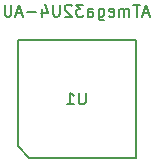
<source format=gbr>
G04 #@! TF.GenerationSoftware,KiCad,Pcbnew,(5.1.10)-1*
G04 #@! TF.CreationDate,2021-12-08T21:24:47+07:00*
G04 #@! TF.ProjectId,32u4mu to 32u4au,33327534-6d75-4207-946f-203332753461,rev?*
G04 #@! TF.SameCoordinates,Original*
G04 #@! TF.FileFunction,Other,Fab,Bot*
%FSLAX46Y46*%
G04 Gerber Fmt 4.6, Leading zero omitted, Abs format (unit mm)*
G04 Created by KiCad (PCBNEW (5.1.10)-1) date 2021-12-08 21:24:47*
%MOMM*%
%LPD*%
G01*
G04 APERTURE LIST*
%ADD10C,0.150000*%
G04 APERTURE END LIST*
D10*
X89456250Y-61943750D02*
X90456250Y-62943750D01*
X89456250Y-52943750D02*
X89456250Y-61943750D01*
X99456250Y-52943750D02*
X89456250Y-52943750D01*
X99456250Y-62943750D02*
X99456250Y-52943750D01*
X90456250Y-62943750D02*
X99456250Y-62943750D01*
X100599107Y-50660416D02*
X100122916Y-50660416D01*
X100694345Y-50946130D02*
X100361011Y-49946130D01*
X100027678Y-50946130D01*
X99837202Y-49946130D02*
X99265773Y-49946130D01*
X99551488Y-50946130D02*
X99551488Y-49946130D01*
X98932440Y-50946130D02*
X98932440Y-50279464D01*
X98932440Y-50374702D02*
X98884821Y-50327083D01*
X98789583Y-50279464D01*
X98646726Y-50279464D01*
X98551488Y-50327083D01*
X98503869Y-50422321D01*
X98503869Y-50946130D01*
X98503869Y-50422321D02*
X98456250Y-50327083D01*
X98361011Y-50279464D01*
X98218154Y-50279464D01*
X98122916Y-50327083D01*
X98075297Y-50422321D01*
X98075297Y-50946130D01*
X97218154Y-50898511D02*
X97313392Y-50946130D01*
X97503869Y-50946130D01*
X97599107Y-50898511D01*
X97646726Y-50803273D01*
X97646726Y-50422321D01*
X97599107Y-50327083D01*
X97503869Y-50279464D01*
X97313392Y-50279464D01*
X97218154Y-50327083D01*
X97170535Y-50422321D01*
X97170535Y-50517559D01*
X97646726Y-50612797D01*
X96313392Y-50279464D02*
X96313392Y-51088988D01*
X96361011Y-51184226D01*
X96408630Y-51231845D01*
X96503869Y-51279464D01*
X96646726Y-51279464D01*
X96741964Y-51231845D01*
X96313392Y-50898511D02*
X96408630Y-50946130D01*
X96599107Y-50946130D01*
X96694345Y-50898511D01*
X96741964Y-50850892D01*
X96789583Y-50755654D01*
X96789583Y-50469940D01*
X96741964Y-50374702D01*
X96694345Y-50327083D01*
X96599107Y-50279464D01*
X96408630Y-50279464D01*
X96313392Y-50327083D01*
X95408630Y-50946130D02*
X95408630Y-50422321D01*
X95456250Y-50327083D01*
X95551488Y-50279464D01*
X95741964Y-50279464D01*
X95837202Y-50327083D01*
X95408630Y-50898511D02*
X95503869Y-50946130D01*
X95741964Y-50946130D01*
X95837202Y-50898511D01*
X95884821Y-50803273D01*
X95884821Y-50708035D01*
X95837202Y-50612797D01*
X95741964Y-50565178D01*
X95503869Y-50565178D01*
X95408630Y-50517559D01*
X95027678Y-49946130D02*
X94408630Y-49946130D01*
X94741964Y-50327083D01*
X94599107Y-50327083D01*
X94503869Y-50374702D01*
X94456250Y-50422321D01*
X94408630Y-50517559D01*
X94408630Y-50755654D01*
X94456250Y-50850892D01*
X94503869Y-50898511D01*
X94599107Y-50946130D01*
X94884821Y-50946130D01*
X94980059Y-50898511D01*
X95027678Y-50850892D01*
X94027678Y-50041369D02*
X93980059Y-49993750D01*
X93884821Y-49946130D01*
X93646726Y-49946130D01*
X93551488Y-49993750D01*
X93503869Y-50041369D01*
X93456250Y-50136607D01*
X93456250Y-50231845D01*
X93503869Y-50374702D01*
X94075297Y-50946130D01*
X93456250Y-50946130D01*
X93027678Y-49946130D02*
X93027678Y-50755654D01*
X92980059Y-50850892D01*
X92932440Y-50898511D01*
X92837202Y-50946130D01*
X92646726Y-50946130D01*
X92551488Y-50898511D01*
X92503869Y-50850892D01*
X92456250Y-50755654D01*
X92456250Y-49946130D01*
X91551488Y-50279464D02*
X91551488Y-50946130D01*
X91789583Y-49898511D02*
X92027678Y-50612797D01*
X91408630Y-50612797D01*
X91027678Y-50565178D02*
X90265773Y-50565178D01*
X89837202Y-50660416D02*
X89361011Y-50660416D01*
X89932440Y-50946130D02*
X89599107Y-49946130D01*
X89265773Y-50946130D01*
X88932440Y-49946130D02*
X88932440Y-50755654D01*
X88884821Y-50850892D01*
X88837202Y-50898511D01*
X88741964Y-50946130D01*
X88551488Y-50946130D01*
X88456250Y-50898511D01*
X88408630Y-50850892D01*
X88361011Y-50755654D01*
X88361011Y-49946130D01*
X95218154Y-57396130D02*
X95218154Y-58205654D01*
X95170535Y-58300892D01*
X95122916Y-58348511D01*
X95027678Y-58396130D01*
X94837202Y-58396130D01*
X94741964Y-58348511D01*
X94694345Y-58300892D01*
X94646726Y-58205654D01*
X94646726Y-57396130D01*
X93646726Y-58396130D02*
X94218154Y-58396130D01*
X93932440Y-58396130D02*
X93932440Y-57396130D01*
X94027678Y-57538988D01*
X94122916Y-57634226D01*
X94218154Y-57681845D01*
M02*

</source>
